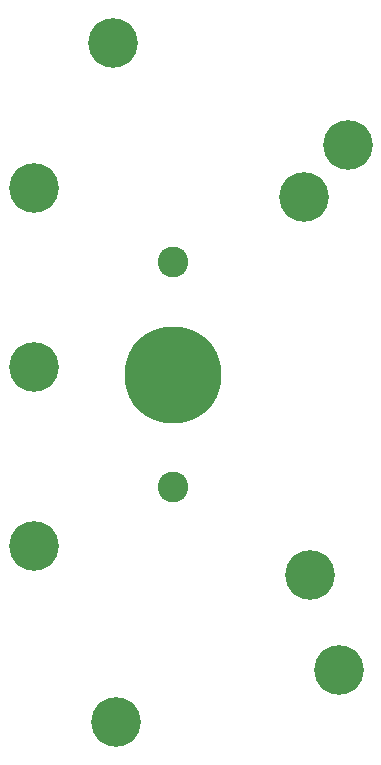
<source format=gbs>
G04 #@! TF.GenerationSoftware,KiCad,Pcbnew,(6.0.0)*
G04 #@! TF.CreationDate,2021-12-31T23:16:07+08:00*
G04 #@! TF.ProjectId,Trackpoint buttons,54726163-6b70-46f6-996e-742062757474,rev?*
G04 #@! TF.SameCoordinates,Original*
G04 #@! TF.FileFunction,Soldermask,Bot*
G04 #@! TF.FilePolarity,Negative*
%FSLAX46Y46*%
G04 Gerber Fmt 4.6, Leading zero omitted, Abs format (unit mm)*
G04 Created by KiCad (PCBNEW (6.0.0)) date 2021-12-31 23:16:07*
%MOMM*%
%LPD*%
G01*
G04 APERTURE LIST*
%ADD10C,4.200000*%
%ADD11C,2.600000*%
%ADD12C,8.200000*%
G04 APERTURE END LIST*
D10*
X65770000Y-73910000D03*
X65770000Y-43640000D03*
X65770000Y-58775000D03*
X89160000Y-76420000D03*
X88660000Y-44370000D03*
X91574880Y-84427500D03*
D11*
X77574880Y-49912500D03*
D12*
X77574880Y-59412500D03*
D11*
X77574880Y-68912500D03*
D10*
X72734880Y-88827500D03*
X72504880Y-31347500D03*
X92334880Y-40000000D03*
M02*

</source>
